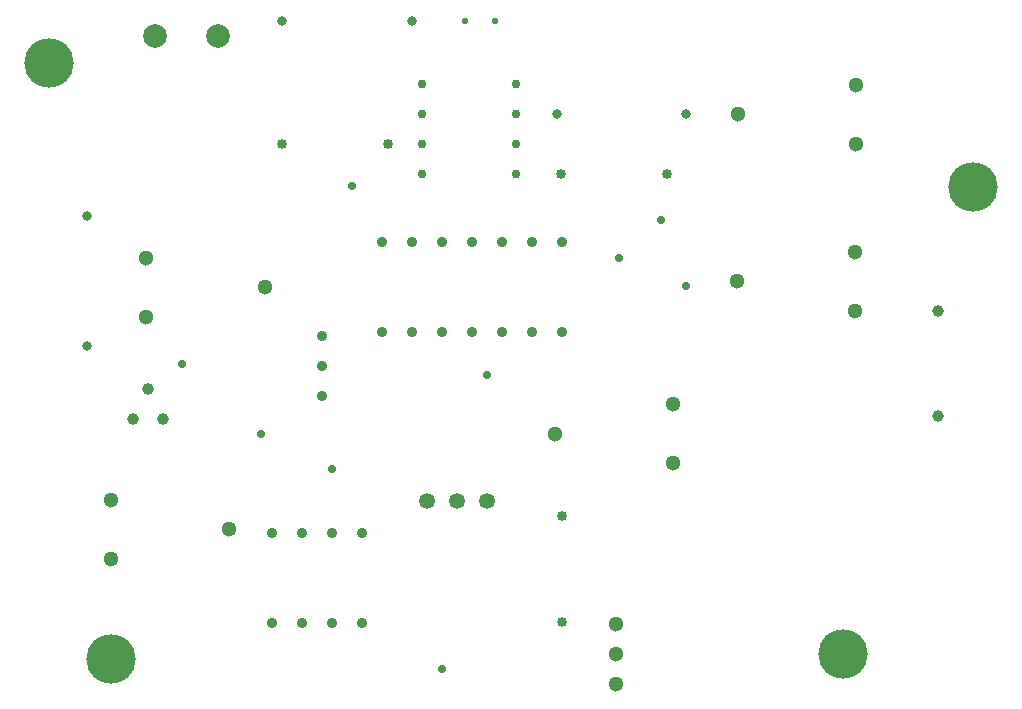
<source format=gbr>
%TF.GenerationSoftware,Altium Limited,Altium Designer,25.1.2 (22)*%
G04 Layer_Color=0*
%FSLAX25Y25*%
%MOIN*%
%TF.SameCoordinates,C6B27E67-7A8A-4C38-9DB9-D7D7B609FA95*%
%TF.FilePolarity,Positive*%
%TF.FileFunction,Plated,1,4,PTH,Drill*%
%TF.Part,Single*%
G01*
G75*
%TA.AperFunction,ComponentDrill*%
%ADD67C,0.07874*%
%ADD68C,0.02165*%
%ADD69C,0.03150*%
%ADD70C,0.02953*%
%ADD71C,0.03543*%
%ADD72C,0.05315*%
%ADD73C,0.03347*%
%ADD74C,0.05118*%
%ADD75C,0.05118*%
%ADD76C,0.03150*%
%ADD77C,0.03900*%
%ADD78C,0.03937*%
%ADD79C,0.03347*%
%TA.AperFunction,ViaDrill,NotFilled*%
%ADD80C,0.16457*%
%ADD81C,0.02800*%
D67*
X125000Y243110D02*
D03*
X145866D02*
D03*
D68*
X238189Y248031D02*
D03*
X228189D02*
D03*
D69*
X167323D02*
D03*
X210630D02*
D03*
X258740Y217000D02*
D03*
X302047D02*
D03*
D70*
X245153Y197000D02*
D03*
Y207000D02*
D03*
Y217000D02*
D03*
Y227000D02*
D03*
X213894D02*
D03*
Y217000D02*
D03*
Y207000D02*
D03*
Y197000D02*
D03*
D71*
X260394Y174500D02*
D03*
X250394D02*
D03*
X240394D02*
D03*
X230394D02*
D03*
X220394D02*
D03*
X210394D02*
D03*
X200394D02*
D03*
X260394Y144500D02*
D03*
X250394D02*
D03*
X240394D02*
D03*
X230394D02*
D03*
X220394D02*
D03*
X210394D02*
D03*
X200394D02*
D03*
X163894Y47500D02*
D03*
X173894D02*
D03*
X183894D02*
D03*
X193894D02*
D03*
X163894Y77500D02*
D03*
X173894D02*
D03*
X183894D02*
D03*
X193894D02*
D03*
X180394Y123000D02*
D03*
Y143000D02*
D03*
Y133000D02*
D03*
D72*
X235394Y88126D02*
D03*
X225394D02*
D03*
X215394D02*
D03*
D73*
X260394Y47783D02*
D03*
Y83217D02*
D03*
D74*
X278394Y47000D02*
D03*
Y37000D02*
D03*
Y27000D02*
D03*
D75*
X122047Y149606D02*
D03*
X161417Y159449D02*
D03*
X122047Y169291D02*
D03*
X110236Y68898D02*
D03*
X149606Y78740D02*
D03*
X110236Y88583D02*
D03*
X297579Y100657D02*
D03*
X258209Y110500D02*
D03*
X297579Y120343D02*
D03*
X358268Y171260D02*
D03*
X318898Y161417D02*
D03*
X358268Y151575D02*
D03*
X358579Y226842D02*
D03*
X319209Y217000D02*
D03*
X358579Y207157D02*
D03*
D76*
X102362Y183071D02*
D03*
Y139764D02*
D03*
D77*
X127394Y115500D02*
D03*
X122394Y125500D02*
D03*
X117394Y115500D02*
D03*
D78*
X385827Y151339D02*
D03*
Y116378D02*
D03*
D79*
X295610Y197000D02*
D03*
X260177D02*
D03*
X167177Y207000D02*
D03*
X202610D02*
D03*
D80*
X89567Y234252D02*
D03*
X354331Y37000D02*
D03*
X110236Y35433D02*
D03*
X397638Y192913D02*
D03*
D81*
X133858Y133858D02*
D03*
X293701Y181890D02*
D03*
X190551Y193307D02*
D03*
X183858Y98819D02*
D03*
X160236Y110630D02*
D03*
X301969Y159843D02*
D03*
X235394Y130000D02*
D03*
X279528Y169291D02*
D03*
X220472Y32283D02*
D03*
%TF.MD5,89e5a82221016af701a092aeaf660d53*%
M02*

</source>
